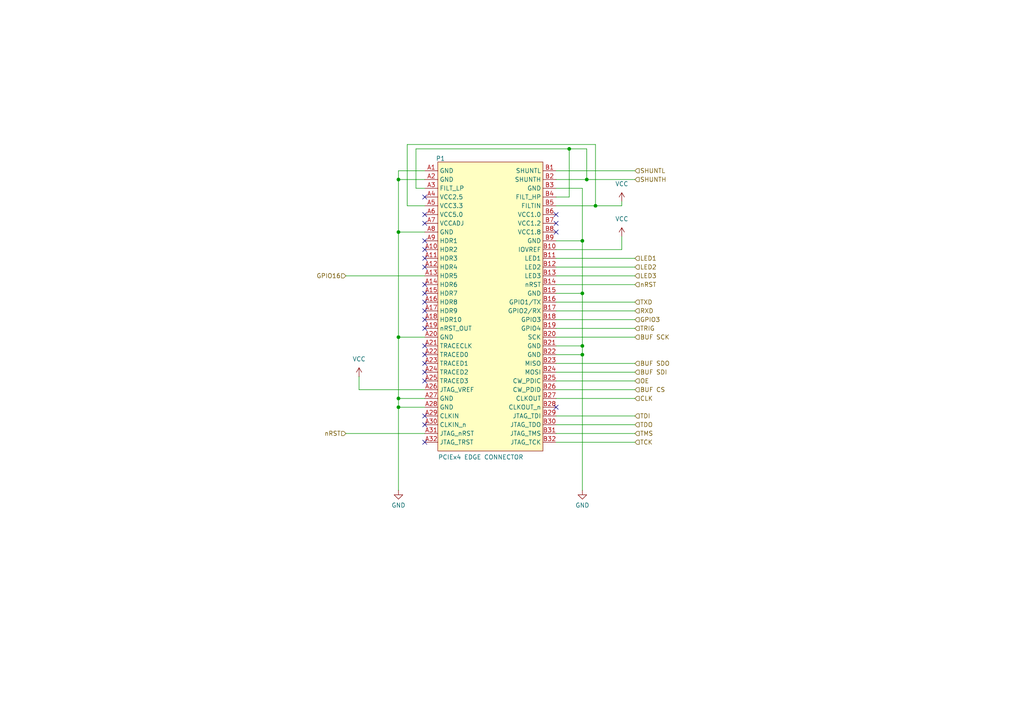
<source format=kicad_sch>
(kicad_sch (version 20231120) (generator "eeschema") (generator_version "8.0")
  (paper "A4")
  (lib_symbols
    (symbol "power:GND" (power) (pin_numbers hide) (pin_names (offset 0) hide)
      (property "Value" "GND" (at 0 -3.81 0))
      (symbol "GND_0_1"
        (polyline (pts (xy 0 0) (xy 0 -1.27) (xy 1.27 -1.27) (xy 0 -2.54) (xy -1.27 -1.27) (xy 0 -1.27)))
      )
      (symbol "GND_1_1"
        (pin power_in line (at 0 0 270) (length 0) (name "~") (number "1"))
      )
    )
    (symbol "power:VCC" (power) (pin_numbers hide) (pin_names (offset 0) hide)
      (property "Value" "VCC" (at 0 3.556 0))
      (symbol "VCC_0_1"
        (polyline (pts (xy -0.762 1.27) (xy 0 2.54)))
        (polyline (pts (xy 0 0) (xy 0 2.54)))
        (polyline (pts (xy 0 2.54) (xy 0.762 1.27)))
      )
      (symbol "VCC_1_1"
        (pin power_in line (at 0 0 90) (length 0) (name "~") (number "1"))
      )
    )
    (symbol "tutorial_2_library:CW312T-Template" (in_bom no)
      (property "Reference" "P" (at -15.24 3.81 0))
      (property "Value" "PCIEx4 EDGE CONNECTOR " (at 3.81 3.81 0))
      (symbol "CW312T-Template_1_1"
        (rectangle (start -15.24 2.54) (end 15.24 -81.28) (fill (type background)))
        (pin unspecified line (at -19.05 0 0) (length 3.81) (name "GND") (number "A1"))
        (pin unspecified line (at -19.05 -22.86 0) (length 3.81) (name "HDR2") (number "A10"))
        (pin unspecified line (at -19.05 -25.4 0) (length 3.81) (name "HDR3") (number "A11"))
        (pin unspecified line (at -19.05 -27.94 0) (length 3.81) (name "HDR4") (number "A12"))
        (pin unspecified line (at -19.05 -30.48 0) (length 3.81) (name "HDR5") (number "A13"))
        (pin unspecified line (at -19.05 -33.02 0) (length 3.81) (name "HDR6") (number "A14"))
        (pin unspecified line (at -19.05 -35.56 0) (length 3.81) (name "HDR7") (number "A15"))
        (pin unspecified line (at -19.05 -38.1 0) (length 3.81) (name "HDR8") (number "A16"))
        (pin unspecified line (at -19.05 -40.64 0) (length 3.81) (name "HDR9") (number "A17"))
        (pin unspecified line (at -19.05 -43.18 0) (length 3.81) (name "HDR10") (number "A18"))
        (pin unspecified line (at -19.05 -45.72 0) (length 3.81) (name "nRST_OUT") (number "A19"))
        (pin unspecified line (at -19.05 -2.54 0) (length 3.81) (name "GND") (number "A2"))
        (pin unspecified line (at -19.05 -48.26 0) (length 3.81) (name "GND") (number "A20"))
        (pin unspecified line (at -19.05 -50.8 0) (length 3.81) (name "TRACECLK") (number "A21"))
        (pin unspecified line (at -19.05 -53.34 0) (length 3.81) (name "TRACED0") (number "A22"))
        (pin unspecified line (at -19.05 -55.88 0) (length 3.81) (name "TRACED1") (number "A23"))
        (pin unspecified line (at -19.05 -58.42 0) (length 3.81) (name "TRACED2") (number "A24"))
        (pin unspecified line (at -19.05 -60.96 0) (length 3.81) (name "TRACED3") (number "A25"))
        (pin unspecified line (at -19.05 -63.5 0) (length 3.81) (name "JTAG_VREF") (number "A26"))
        (pin unspecified line (at -19.05 -66.04 0) (length 3.81) (name "GND") (number "A27"))
        (pin unspecified line (at -19.05 -68.58 0) (length 3.81) (name "GND") (number "A28"))
        (pin unspecified line (at -19.05 -71.12 0) (length 3.81) (name "CLKIN") (number "A29"))
        (pin unspecified line (at -19.05 -5.08 0) (length 3.81) (name "FILT_LP") (number "A3"))
        (pin unspecified line (at -19.05 -73.66 0) (length 3.81) (name "CLKIN_n") (number "A30"))
        (pin unspecified line (at -19.05 -76.2 0) (length 3.81) (name "JTAG_nRST") (number "A31"))
        (pin unspecified line (at -19.05 -78.74 0) (length 3.81) (name "JTAG_TRST") (number "A32"))
        (pin unspecified line (at -19.05 -7.62 0) (length 3.81) (name "VCC2.5") (number "A4"))
        (pin unspecified line (at -19.05 -10.16 0) (length 3.81) (name "VCC3.3") (number "A5"))
        (pin unspecified line (at -19.05 -12.7 0) (length 3.81) (name "VCC5.0") (number "A6"))
        (pin unspecified line (at -19.05 -15.24 0) (length 3.81) (name "VCCADJ") (number "A7"))
        (pin unspecified line (at -19.05 -17.78 0) (length 3.81) (name "GND") (number "A8"))
        (pin unspecified line (at -19.05 -20.32 0) (length 3.81) (name "HDR1") (number "A9"))
        (pin unspecified line (at 19.05 0 180) (length 3.81) (name "SHUNTL") (number "B1"))
        (pin unspecified line (at 19.05 -22.86 180) (length 3.81) (name "IOVREF") (number "B10"))
        (pin unspecified line (at 19.05 -25.4 180) (length 3.81) (name "LED1") (number "B11"))
        (pin unspecified line (at 19.05 -27.94 180) (length 3.81) (name "LED2") (number "B12"))
        (pin unspecified line (at 19.05 -30.48 180) (length 3.81) (name "LED3") (number "B13"))
        (pin unspecified line (at 19.05 -33.02 180) (length 3.81) (name "nRST") (number "B14"))
        (pin unspecified line (at 19.05 -35.56 180) (length 3.81) (name "GND") (number "B15"))
        (pin unspecified line (at 19.05 -38.1 180) (length 3.81) (name "GPIO1/TX") (number "B16"))
        (pin unspecified line (at 19.05 -40.64 180) (length 3.81) (name "GPIO2/RX") (number "B17"))
        (pin unspecified line (at 19.05 -43.18 180) (length 3.81) (name "GPIO3") (number "B18"))
        (pin unspecified line (at 19.05 -45.72 180) (length 3.81) (name "GPIO4") (number "B19"))
        (pin unspecified line (at 19.05 -2.54 180) (length 3.81) (name "SHUNTH") (number "B2"))
        (pin unspecified line (at 19.05 -48.26 180) (length 3.81) (name "SCK") (number "B20"))
        (pin unspecified line (at 19.05 -50.8 180) (length 3.81) (name "GND") (number "B21"))
        (pin unspecified line (at 19.05 -53.34 180) (length 3.81) (name "GND") (number "B22"))
        (pin unspecified line (at 19.05 -55.88 180) (length 3.81) (name "MISO") (number "B23"))
        (pin unspecified line (at 19.05 -58.42 180) (length 3.81) (name "MOSI") (number "B24"))
        (pin unspecified line (at 19.05 -60.96 180) (length 3.81) (name "CW_PDIC") (number "B25"))
        (pin unspecified line (at 19.05 -63.5 180) (length 3.81) (name "CW_PDID") (number "B26"))
        (pin unspecified line (at 19.05 -66.04 180) (length 3.81) (name "CLKOUT") (number "B27"))
        (pin unspecified line (at 19.05 -68.58 180) (length 3.81) (name "CLKOUT_n") (number "B28"))
        (pin unspecified line (at 19.05 -71.12 180) (length 3.81) (name "JTAG_TDI") (number "B29"))
        (pin unspecified line (at 19.05 -5.08 180) (length 3.81) (name "GND") (number "B3"))
        (pin unspecified line (at 19.05 -73.66 180) (length 3.81) (name "JTAG_TDO") (number "B30"))
        (pin unspecified line (at 19.05 -76.2 180) (length 3.81) (name "JTAG_TMS") (number "B31"))
        (pin unspecified line (at 19.05 -78.74 180) (length 3.81) (name "JTAG_TCK") (number "B32"))
        (pin unspecified line (at 19.05 -7.62 180) (length 3.81) (name "FILT_HP") (number "B4"))
        (pin unspecified line (at 19.05 -10.16 180) (length 3.81) (name "FILTIN") (number "B5"))
        (pin unspecified line (at 19.05 -12.7 180) (length 3.81) (name "VCC1.0") (number "B6"))
        (pin unspecified line (at 19.05 -15.24 180) (length 3.81) (name "VCC1.2") (number "B7"))
        (pin unspecified line (at 19.05 -17.78 180) (length 3.81) (name "VCC1.8") (number "B8"))
        (pin unspecified line (at 19.05 -20.32 180) (length 3.81) (name "GND") (number "B9"))
      )
    )
  )
  (junction (at 115.57 52.07))
  (junction (at 168.91 102.87))
  (junction (at 168.91 100.33))
  (junction (at 168.91 69.85))
  (junction (at 115.57 118.11))
  (junction (at 115.57 97.79))
  (junction (at 115.57 115.57))
  (junction (at 168.91 85.09))
  (junction (at 165.1 43.18))
  (junction (at 170.18 52.07))
  (junction (at 172.72 59.69))
  (junction (at 115.57 67.31))
  (no_connect (at 123.19 72.39))
  (no_connect (at 123.19 107.95))
  (no_connect (at 123.19 64.77))
  (no_connect (at 123.19 82.55))
  (no_connect (at 123.19 102.87))
  (no_connect (at 123.19 77.47))
  (no_connect (at 123.19 62.23))
  (no_connect (at 123.19 123.19))
  (no_connect (at 123.19 57.15))
  (no_connect (at 161.29 67.31))
  (no_connect (at 123.19 110.49))
  (no_connect (at 123.19 90.17))
  (no_connect (at 123.19 74.93))
  (no_connect (at 123.19 120.65))
  (no_connect (at 123.19 105.41))
  (no_connect (at 123.19 69.85))
  (no_connect (at 123.19 100.33))
  (no_connect (at 161.29 64.77))
  (no_connect (at 123.19 128.27))
  (no_connect (at 123.19 87.63))
  (no_connect (at 123.19 95.25))
  (no_connect (at 123.19 92.71))
  (no_connect (at 161.29 62.23))
  (no_connect (at 123.19 85.09))
  (no_connect (at 161.29 118.11))
  (wire (pts (xy 115.57 118.11) (xy 115.57 142.24)))
  (wire (pts (xy 161.29 113.03) (xy 184.15 113.03)))
  (wire (pts (xy 120.65 54.61) (xy 120.65 43.18)))
  (wire (pts (xy 120.65 43.18) (xy 165.1 43.18)))
  (wire (pts (xy 161.29 128.27) (xy 184.15 128.27)))
  (wire (pts (xy 161.29 92.71) (xy 184.15 92.71)))
  (wire (pts (xy 161.29 120.65) (xy 184.15 120.65)))
  (wire (pts (xy 100.33 125.73) (xy 123.19 125.73)))
  (wire (pts (xy 165.1 57.15) (xy 165.1 43.18)))
  (wire (pts (xy 123.19 49.53) (xy 115.57 49.53)))
  (wire (pts (xy 161.29 72.39) (xy 180.34 72.39)))
  (wire (pts (xy 115.57 52.07) (xy 123.19 52.07)))
  (wire (pts (xy 170.18 43.18) (xy 170.18 52.07)))
  (wire (pts (xy 172.72 41.91) (xy 172.72 59.69)))
  (wire (pts (xy 165.1 43.18) (xy 170.18 43.18)))
  (wire (pts (xy 161.29 123.19) (xy 184.15 123.19)))
  (wire (pts (xy 104.14 109.22) (xy 104.14 113.03)))
  (wire (pts (xy 161.29 102.87) (xy 168.91 102.87)))
  (wire (pts (xy 161.29 80.01) (xy 184.15 80.01)))
  (wire (pts (xy 161.29 69.85) (xy 168.91 69.85)))
  (wire (pts (xy 115.57 115.57) (xy 115.57 118.11)))
  (wire (pts (xy 180.34 58.42) (xy 180.34 59.69)))
  (wire (pts (xy 115.57 118.11) (xy 123.19 118.11)))
  (wire (pts (xy 115.57 97.79) (xy 123.19 97.79)))
  (wire (pts (xy 168.91 54.61) (xy 161.29 54.61)))
  (wire (pts (xy 161.29 52.07) (xy 170.18 52.07)))
  (wire (pts (xy 115.57 97.79) (xy 115.57 115.57)))
  (wire (pts (xy 161.29 105.41) (xy 184.15 105.41)))
  (wire (pts (xy 170.18 52.07) (xy 184.15 52.07)))
  (wire (pts (xy 161.29 59.69) (xy 172.72 59.69)))
  (wire (pts (xy 123.19 113.03) (xy 104.14 113.03)))
  (wire (pts (xy 161.29 107.95) (xy 184.15 107.95)))
  (wire (pts (xy 115.57 49.53) (xy 115.57 52.07)))
  (wire (pts (xy 161.29 85.09) (xy 168.91 85.09)))
  (wire (pts (xy 168.91 100.33) (xy 168.91 102.87)))
  (wire (pts (xy 161.29 74.93) (xy 184.15 74.93)))
  (wire (pts (xy 168.91 102.87) (xy 168.91 142.24)))
  (wire (pts (xy 180.34 68.58) (xy 180.34 72.39)))
  (wire (pts (xy 168.91 69.85) (xy 168.91 85.09)))
  (wire (pts (xy 115.57 67.31) (xy 115.57 97.79)))
  (wire (pts (xy 115.57 115.57) (xy 123.19 115.57)))
  (wire (pts (xy 161.29 125.73) (xy 184.15 125.73)))
  (wire (pts (xy 123.19 54.61) (xy 120.65 54.61)))
  (wire (pts (xy 161.29 77.47) (xy 184.15 77.47)))
  (wire (pts (xy 161.29 82.55) (xy 184.15 82.55)))
  (wire (pts (xy 168.91 85.09) (xy 168.91 100.33)))
  (wire (pts (xy 161.29 95.25) (xy 184.15 95.25)))
  (wire (pts (xy 161.29 97.79) (xy 184.15 97.79)))
  (wire (pts (xy 161.29 110.49) (xy 184.15 110.49)))
  (wire (pts (xy 172.72 59.69) (xy 180.34 59.69)))
  (wire (pts (xy 100.33 80.01) (xy 123.19 80.01)))
  (wire (pts (xy 118.11 41.91) (xy 172.72 41.91)))
  (wire (pts (xy 115.57 67.31) (xy 123.19 67.31)))
  (wire (pts (xy 161.29 90.17) (xy 184.15 90.17)))
  (wire (pts (xy 123.19 59.69) (xy 118.11 59.69)))
  (wire (pts (xy 161.29 49.53) (xy 184.15 49.53)))
  (wire (pts (xy 115.57 52.07) (xy 115.57 67.31)))
  (wire (pts (xy 161.29 87.63) (xy 184.15 87.63)))
  (wire (pts (xy 161.29 100.33) (xy 168.91 100.33)))
  (wire (pts (xy 161.29 115.57) (xy 184.15 115.57)))
  (wire (pts (xy 168.91 54.61) (xy 168.91 69.85)))
  (wire (pts (xy 118.11 59.69) (xy 118.11 41.91)))
  (wire (pts (xy 161.29 57.15) (xy 165.1 57.15)))
  (hierarchical_label "TDO" (shape input) (at 184.15 123.19 0))
  (hierarchical_label "TRIG" (shape input) (at 184.15 95.25 0))
  (hierarchical_label "GPIO16" (shape input) (at 100.33 80.01 180))
  (hierarchical_label "TXD" (shape input) (at 184.15 87.63 0))
  (hierarchical_label "BUF SDI" (shape input) (at 184.15 107.95 0))
  (hierarchical_label "nRST" (shape input) (at 100.33 125.73 180))
  (hierarchical_label "nRST" (shape input) (at 184.15 82.55 0))
  (hierarchical_label "RXD" (shape input) (at 184.15 90.17 0))
  (hierarchical_label "GPIO3" (shape input) (at 184.15 92.71 0))
  (hierarchical_label "CLK" (shape input) (at 184.15 115.57 0))
  (hierarchical_label "OE" (shape input) (at 184.15 110.49 0))
  (hierarchical_label "SHUNTH" (shape input) (at 184.15 52.07 0))
  (hierarchical_label "BUF SCK" (shape input) (at 184.15 97.79 0))
  (hierarchical_label "TCK" (shape input) (at 184.15 128.27 0))
  (hierarchical_label "LED3" (shape input) (at 184.15 80.01 0))
  (hierarchical_label "TDI" (shape input) (at 184.15 120.65 0))
  (hierarchical_label "BUF CS" (shape input) (at 184.15 113.03 0))
  (hierarchical_label "BUF SDO" (shape input) (at 184.15 105.41 0))
  (hierarchical_label "LED1" (shape input) (at 184.15 74.93 0))
  (hierarchical_label "LED2" (shape input) (at 184.15 77.47 0))
  (hierarchical_label "SHUNTL" (shape input) (at 184.15 49.53 0))
  (hierarchical_label "TMS" (shape input) (at 184.15 125.73 0))
  (symbol (lib_id "power:VCC") (at 104.14 109.22 0) (unit 1)
    (property "Reference" "#PWR068" (effects (hide yes)))
    (property "Value" "VCC" (at 104.14 104.14 0))
    (property "Description" "Power symbol creates a global label with name \"VCC\"" (effects (hide yes)))
  )
  (symbol (lib_id "tutorial_2_library:CW312T-Template") (at 142.24 49.53 0) (unit 1) (in_bom no)
    (property "Reference" "P1" (at 127.762 45.974 0))
    (property "Value" "PCIEx4 EDGE CONNECTOR" (at 139.446 132.588 0))
    (property "Footprint" "tutorial_2_library:CW312_Template" (effects (hide yes)))
    (property "Description" "BOARD AND EDGE CONNECTOR TEMPLATE FOR CW312 TARGETS" (effects (hide yes)))
  )
  (symbol (lib_id "power:GND") (at 115.57 142.24 0) (unit 1)
    (property "Reference" "#PWR069" (effects (hide yes)))
    (property "Value" "GND" (at 115.57 146.558 0))
    (property "Description" "Power symbol creates a global label with name \"GND\" , ground" (effects (hide yes)))
  )
  (symbol (lib_id "power:VCC") (at 180.34 68.58 0) (mirror y) (unit 1)
    (property "Reference" "#PWR072" (effects (hide yes)))
    (property "Value" "VCC" (at 180.34 63.5 0))
    (property "Description" "Power symbol creates a global label with name \"VCC\"" (effects (hide yes)))
  )
  (symbol (lib_id "power:GND") (at 168.91 142.24 0) (unit 1)
    (property "Reference" "#PWR070" (effects (hide yes)))
    (property "Value" "GND" (at 168.91 146.558 0))
    (property "Description" "Power symbol creates a global label with name \"GND\" , ground" (effects (hide yes)))
  )
  (symbol (lib_id "power:VCC") (at 180.34 58.42 0) (mirror y) (unit 1)
    (property "Reference" "#PWR071" (effects (hide yes)))
    (property "Value" "VCC" (at 180.34 53.34 0))
    (property "Description" "Power symbol creates a global label with name \"VCC\"" (effects (hide yes)))
  )
)
</source>
